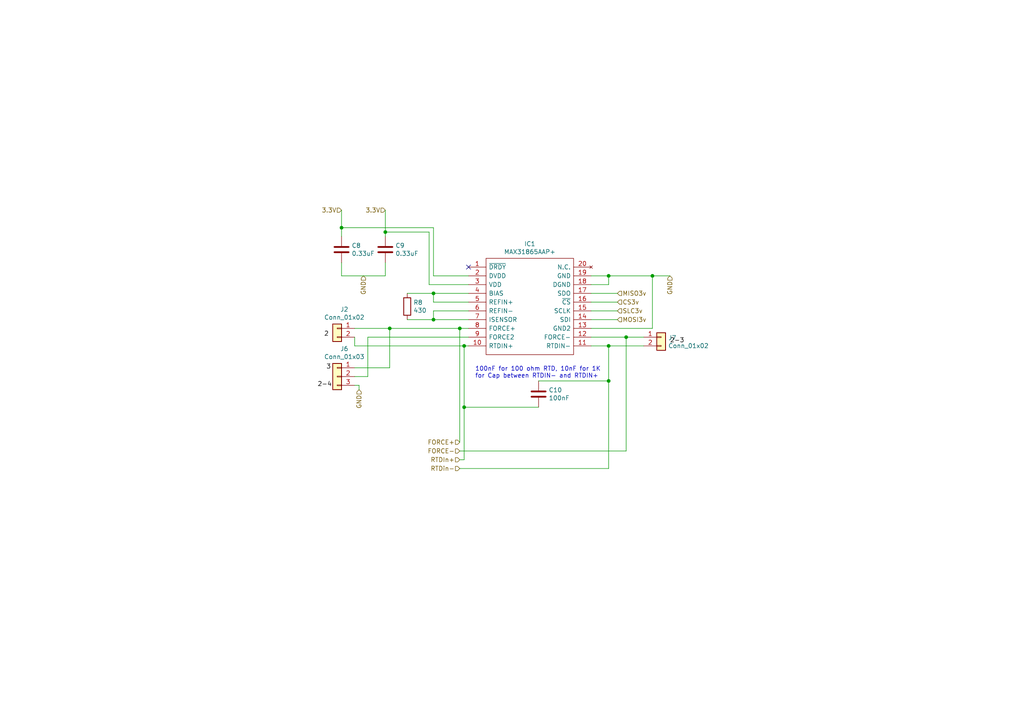
<source format=kicad_sch>
(kicad_sch (version 20231120) (generator "eeschema") (generator_version "8.0")
  (paper "A4")
  (lib_symbols
    (symbol "Connector_Generic:Conn_01x02" (pin_names (offset 1.016) hide)
      (property "Reference" "J" (at 0 2.54 0))
      (property "Value" "Conn_01x02" (at 0 -5.08 0))
      (symbol "Conn_01x02_1_1"
        (rectangle (start -1.27 -2.413) (end 0 -2.667) (stroke (width 0.1524)))
        (rectangle (start -1.27 0.127) (end 0 -0.127) (stroke (width 0.1524)))
        (rectangle (start -1.27 1.27) (end 1.27 -3.81) (stroke (width 0.254)) (fill (type background)))
        (pin passive line (at -5.08 0 0) (length 3.81) (name "Pin_1") (number "1"))
        (pin passive line (at -5.08 -2.54 0) (length 3.81) (name "Pin_2") (number "2"))
      )
    )
    (symbol "Connector_Generic:Conn_01x03" (pin_names (offset 1.016) hide)
      (property "Reference" "J" (at 0 5.08 0))
      (property "Value" "Conn_01x03" (at 0 -5.08 0))
      (symbol "Conn_01x03_1_1"
        (rectangle (start -1.27 -2.413) (end 0 -2.667) (stroke (width 0.1524)))
        (rectangle (start -1.27 0.127) (end 0 -0.127) (stroke (width 0.1524)))
        (rectangle (start -1.27 2.667) (end 0 2.413) (stroke (width 0.1524)))
        (rectangle (start -1.27 3.81) (end 1.27 -3.81) (stroke (width 0.254)) (fill (type background)))
        (pin passive line (at -5.08 2.54 0) (length 3.81) (name "Pin_1") (number "1"))
        (pin passive line (at -5.08 0 0) (length 3.81) (name "Pin_2") (number "2"))
        (pin passive line (at -5.08 -2.54 0) (length 3.81) (name "Pin_3") (number "3"))
      )
    )
    (symbol "Device:C" (pin_numbers hide) (pin_names (offset 0.254))
      (property "Reference" "C" (at 0.635 2.54 0))
      (property "Value" "C" (at 0.635 -2.54 0))
      (symbol "C_0_1"
        (polyline (pts (xy -2.032 -0.762) (xy 2.032 -0.762)) (stroke (width 0.508)))
        (polyline (pts (xy -2.032 0.762) (xy 2.032 0.762)) (stroke (width 0.508)))
      )
      (symbol "C_1_1"
        (pin passive line (at 0 3.81 270) (length 2.794) (name "~") (number "1"))
        (pin passive line (at 0 -3.81 90) (length 2.794) (name "~") (number "2"))
      )
    )
    (symbol "Device:R" (pin_numbers hide) (pin_names (offset 0))
      (property "Reference" "R" (at 2.032 0 90))
      (property "Value" "R" (at 0 0 90))
      (symbol "R_0_1"
        (rectangle (start -1.016 -2.54) (end 1.016 2.54) (stroke (width 0.254)))
      )
      (symbol "R_1_1"
        (pin passive line (at 0 3.81 270) (length 1.27) (name "~") (number "1"))
        (pin passive line (at 0 -3.81 90) (length 1.27) (name "~") (number "2"))
      )
    )
    (symbol "SamacSys_Parts:MAX31865AAP+" (pin_names (offset 0.762))
      (property "Reference" "IC" (at 31.75 7.62 0))
      (property "Value" "SamacSys_Parts_MAX31865AAP+" (at 31.75 5.08 0))
      (symbol "MAX31865AAP+_0_0"
        (pin output line (at 0 0 0) (length 5.08) (name "~{DRDY}") (number "1"))
        (pin input line (at 0 -22.86 0) (length 5.08) (name "RTDIN+") (number "10"))
        (pin input line (at 35.56 -22.86 180) (length 5.08) (name "RTDIN-") (number "11"))
        (pin bidirectional line (at 35.56 -20.32 180) (length 5.08) (name "FORCE-") (number "12"))
        (pin power_in line (at 35.56 -17.78 180) (length 5.08) (name "GND2") (number "13"))
        (pin input line (at 35.56 -15.24 180) (length 5.08) (name "SDI") (number "14"))
        (pin input line (at 35.56 -12.7 180) (length 5.08) (name "SCLK") (number "15"))
        (pin input line (at 35.56 -10.16 180) (length 5.08) (name "~{CS}") (number "16"))
        (pin output line (at 35.56 -7.62 180) (length 5.08) (name "SDO") (number "17"))
        (pin power_in line (at 35.56 -5.08 180) (length 5.08) (name "DGND") (number "18"))
        (pin power_in line (at 35.56 -2.54 180) (length 5.08) (name "GND") (number "19"))
        (pin power_in line (at 0 -2.54 0) (length 5.08) (name "DVDD") (number "2"))
        (pin no_connect line (at 35.56 0 180) (length 5.08) (name "N.C.") (number "20"))
        (pin power_in line (at 0 -5.08 0) (length 5.08) (name "VDD") (number "3"))
        (pin output line (at 0 -7.62 0) (length 5.08) (name "BIAS") (number "4"))
        (pin input line (at 0 -10.16 0) (length 5.08) (name "REFIN+") (number "5"))
        (pin input line (at 0 -12.7 0) (length 5.08) (name "REFIN-") (number "6"))
        (pin bidirectional line (at 0 -15.24 0) (length 5.08) (name "ISENSOR") (number "7"))
        (pin bidirectional line (at 0 -17.78 0) (length 5.08) (name "FORCE+") (number "8"))
        (pin bidirectional line (at 0 -20.32 0) (length 5.08) (name "FORCE2") (number "9"))
      )
      (symbol "MAX31865AAP+_0_1"
        (polyline (pts (xy 5.08 2.54) (xy 30.48 2.54) (xy 30.48 -25.4) (xy 5.08 -25.4) (xy 5.08 2.54)) (stroke (width 0.1524)))
      )
    )
  )
  (junction (at 181.61 97.79))
  (junction (at 125.73 85.09))
  (junction (at 189.23 80.01))
  (junction (at 176.53 100.33))
  (junction (at 176.53 110.49))
  (junction (at 125.73 92.71))
  (junction (at 134.62 118.11))
  (junction (at 113.03 95.25))
  (junction (at 176.53 80.01))
  (junction (at 133.35 95.25))
  (junction (at 99.06 66.04))
  (junction (at 111.76 67.31))
  (junction (at 134.62 100.33))
  (no_connect (at 135.89 77.47))
  (wire (pts (xy 171.45 90.17) (xy 179.07 90.17)))
  (wire (pts (xy 125.73 85.09) (xy 118.11 85.09)))
  (wire (pts (xy 104.14 111.76) (xy 104.14 113.03)))
  (wire (pts (xy 171.45 100.33) (xy 176.53 100.33)))
  (wire (pts (xy 176.53 80.01) (xy 189.23 80.01)))
  (wire (pts (xy 102.87 111.76) (xy 104.14 111.76)))
  (wire (pts (xy 171.45 97.79) (xy 181.61 97.79)))
  (wire (pts (xy 171.45 80.01) (xy 176.53 80.01)))
  (wire (pts (xy 111.76 76.2) (xy 111.76 80.01)))
  (wire (pts (xy 135.89 100.33) (xy 134.62 100.33)))
  (wire (pts (xy 111.76 68.58) (xy 111.76 67.31)))
  (wire (pts (xy 113.03 95.25) (xy 133.35 95.25)))
  (wire (pts (xy 176.53 100.33) (xy 186.69 100.33)))
  (wire (pts (xy 189.23 95.25) (xy 189.23 80.01)))
  (wire (pts (xy 113.03 106.68) (xy 102.87 106.68)))
  (wire (pts (xy 133.35 128.27) (xy 133.35 95.25)))
  (wire (pts (xy 125.73 80.01) (xy 125.73 66.04)))
  (wire (pts (xy 171.45 82.55) (xy 176.53 82.55)))
  (wire (pts (xy 111.76 67.31) (xy 124.46 67.31)))
  (wire (pts (xy 135.89 97.79) (xy 106.68 97.79)))
  (wire (pts (xy 106.68 97.79) (xy 106.68 109.22)))
  (wire (pts (xy 171.45 87.63) (xy 179.07 87.63)))
  (wire (pts (xy 189.23 80.01) (xy 194.31 80.01)))
  (wire (pts (xy 181.61 130.81) (xy 181.61 97.79)))
  (wire (pts (xy 125.73 90.17) (xy 135.89 90.17)))
  (wire (pts (xy 156.21 118.11) (xy 134.62 118.11)))
  (wire (pts (xy 135.89 80.01) (xy 125.73 80.01)))
  (wire (pts (xy 135.89 85.09) (xy 125.73 85.09)))
  (wire (pts (xy 125.73 87.63) (xy 125.73 85.09)))
  (wire (pts (xy 135.89 87.63) (xy 125.73 87.63)))
  (wire (pts (xy 99.06 76.2) (xy 99.06 80.01)))
  (wire (pts (xy 125.73 92.71) (xy 118.11 92.71)))
  (wire (pts (xy 133.35 133.35) (xy 134.62 133.35)))
  (wire (pts (xy 134.62 133.35) (xy 134.62 118.11)))
  (wire (pts (xy 176.53 100.33) (xy 176.53 110.49)))
  (wire (pts (xy 124.46 82.55) (xy 135.89 82.55)))
  (wire (pts (xy 99.06 60.96) (xy 99.06 66.04)))
  (wire (pts (xy 102.87 95.25) (xy 113.03 95.25)))
  (wire (pts (xy 171.45 85.09) (xy 179.07 85.09)))
  (wire (pts (xy 135.89 92.71) (xy 125.73 92.71)))
  (wire (pts (xy 181.61 97.79) (xy 186.69 97.79)))
  (wire (pts (xy 102.87 100.33) (xy 102.87 97.79)))
  (wire (pts (xy 124.46 67.31) (xy 124.46 82.55)))
  (wire (pts (xy 125.73 90.17) (xy 125.73 92.71)))
  (wire (pts (xy 176.53 110.49) (xy 176.53 135.89)))
  (wire (pts (xy 133.35 135.89) (xy 176.53 135.89)))
  (wire (pts (xy 134.62 118.11) (xy 134.62 100.33)))
  (wire (pts (xy 134.62 100.33) (xy 102.87 100.33)))
  (wire (pts (xy 125.73 66.04) (xy 99.06 66.04)))
  (wire (pts (xy 99.06 80.01) (xy 111.76 80.01)))
  (wire (pts (xy 171.45 95.25) (xy 189.23 95.25)))
  (wire (pts (xy 133.35 95.25) (xy 135.89 95.25)))
  (wire (pts (xy 99.06 66.04) (xy 99.06 68.58)))
  (wire (pts (xy 133.35 130.81) (xy 181.61 130.81)))
  (wire (pts (xy 111.76 67.31) (xy 111.76 60.96)))
  (wire (pts (xy 156.21 110.49) (xy 176.53 110.49)))
  (wire (pts (xy 176.53 82.55) (xy 176.53 80.01)))
  (wire (pts (xy 113.03 95.25) (xy 113.03 106.68)))
  (wire (pts (xy 106.68 109.22) (xy 102.87 109.22)))
  (wire (pts (xy 171.45 92.71) (xy 179.07 92.71)))
  (text "100nF for 100 ohm RTD, 10nF for 1K\nfor Cap between RTDIN- and RTDIN+" (at 137.795 109.855 0) (effects (font (size 1.25 1.25)) (justify left bottom)))
  (label "2-3" (at 194.31 99.695 0))
  (label "2" (at 93.98 97.79 0))
  (label "2-4" (at 92.075 112.395 0))
  (label "3" (at 94.615 107.315 0))
  (hierarchical_label "CS3v" (shape input) (at 179.07 87.63 0))
  (hierarchical_label "FORCE-" (shape input) (at 133.35 130.81 180))
  (hierarchical_label "3.3V" (shape input) (at 99.06 60.96 180))
  (hierarchical_label "GND" (shape input) (at 105.41 80.01 270))
  (hierarchical_label "RTDIn+" (shape input) (at 133.35 133.35 180))
  (hierarchical_label "MISO3v" (shape input) (at 179.07 85.09 0))
  (hierarchical_label "3.3V" (shape input) (at 111.76 60.96 180))
  (hierarchical_label "SLC3v" (shape input) (at 179.07 90.17 0))
  (hierarchical_label "FORCE+" (shape input) (at 133.35 128.27 180))
  (hierarchical_label "GND" (shape input) (at 104.14 113.03 270))
  (hierarchical_label "GND" (shape input) (at 194.31 80.01 270))
  (hierarchical_label "RTDin-" (shape input) (at 133.35 135.89 180))
  (hierarchical_label "MOSI3v" (shape input) (at 179.07 92.71 0))
  (symbol (lib_id "SamacSys_Parts:MAX31865AAP+") (at 135.89 77.47 0) (unit 1)
    (property "Reference" "IC1" (at 153.67 70.739 0))
    (property "Value" "MAX31865AAP+" (at 153.67 73.0504 0))
    (property "Footprint" "SamacSys_Parts:SOP65P778X199-20N" (effects (hide yes)))
    (property "Datasheet" "https://componentsearchengine.com/Datasheets/1/MAX31865AAP+.pdf" (effects (hide yes)))
    (property "Description" "Data Acquisition ADCs/DACs - Specialized RTD to Digital Converter in SSOP" (effects (hide yes)))
    (property "Height" "1.99" (effects (hide yes)))
    (property "Mouser Part Number" "700-MAX31865AAP+" (effects (hide yes)))
    (property "Mouser Price/Stock" "https://www.mouser.co.uk/ProductDetail/Maxim-Integrated/MAX31865AAP%2b?qs=PVVDbbWpW3IB0xqHe0DjLw%3D%3D" (effects (hide yes)))
    (property "Manufacturer_Name" "Maxim Integrated" (effects (hide yes)))
    (property "Manufacturer_Part_Number" "MAX31865AAP+" (effects (hide yes)))
    (instances (project "AMS - CANBus Sensor - Temperature" (path "" (reference "IC1") (unit 1)) (path "" (reference "IC2") (unit 1)) (path "" (reference "IC3") (unit 1))))
  )
  (symbol (lib_id "Device:C") (at 111.76 72.39 0) (unit 1)
    (property "Reference" "C9" (at 114.681 71.2216 0) (effects (justify left)))
    (property "Value" "0.33uF" (at 114.681 73.533 0) (effects (justify left)))
    (property "Footprint" "Capacitor_SMD:C_1206_3216Metric_Pad1.33x1.80mm_HandSolder" (effects (hide yes)))
    (instances (project "AMS - CANBus Sensor - Temperature" (path "" (reference "C9") (unit 1)) (path "" (reference "C12") (unit 1)) (path "" (reference "C15") (unit 1))))
  )
  (symbol (lib_id "Device:C") (at 99.06 72.39 0) (unit 1)
    (property "Reference" "C8" (at 101.981 71.2216 0) (effects (justify left)))
    (property "Value" "0.33uF" (at 101.981 73.533 0) (effects (justify left)))
    (property "Footprint" "Capacitor_SMD:C_1206_3216Metric_Pad1.33x1.80mm_HandSolder" (effects (hide yes)))
    (instances (project "AMS - CANBus Sensor - Temperature" (path "" (reference "C8") (unit 1)) (path "" (reference "C11") (unit 1)) (path "" (reference "C14") (unit 1))))
  )
  (symbol (lib_id "Device:R") (at 118.11 88.9 0) (unit 1)
    (property "Reference" "R8" (at 119.888 87.7316 0) (effects (justify left)))
    (property "Value" "430" (at 119.888 90.043 0) (effects (justify left)))
    (property "Footprint" "Resistor_SMD:R_1206_3216Metric_Pad1.30x1.75mm_HandSolder" (effects (hide yes)))
    (instances (project "AMS - CANBus Sensor - Temperature" (path "" (reference "R8") (unit 1)) (path "" (reference "R9") (unit 1)) (path "" (reference "R10") (unit 1))))
  )
  (symbol (lib_id "Connector_Generic:Conn_01x02") (at 97.79 95.25 0) (mirror y) (unit 1)
    (property "Reference" "J2" (at 99.8728 89.7382 0))
    (property "Value" "Conn_01x02" (at 99.8728 92.0496 0))
    (property "Footprint" "Connector_PinHeader_2.54mm:PinHeader_1x02_P2.54mm_Vertical" (effects (hide yes)))
    (instances (project "AMS - CANBus Sensor - Temperature" (path "" (reference "J2") (unit 1)) (path "" (reference "J8") (unit 1)) (path "" (reference "J11") (unit 1))))
  )
  (symbol (lib_id "Connector_Generic:Conn_01x03") (at 97.79 109.22 0) (mirror y) (unit 1)
    (property "Reference" "J6" (at 99.8728 101.1682 0))
    (property "Value" "Conn_01x03" (at 99.8728 103.4796 0))
    (property "Footprint" "Connector_PinHeader_2.54mm:PinHeader_1x03_P2.54mm_Vertical" (effects (hide yes)))
    (instances (project "AMS - CANBus Sensor - Temperature" (path "" (reference "J6") (unit 1)) (path "" (reference "J9") (unit 1)) (path "" (reference "J12") (unit 1))))
  )
  (symbol (lib_id "Connector_Generic:Conn_01x02") (at 191.77 97.79 0) (unit 1)
    (property "Reference" "J7" (at 193.802 97.9932 0) (effects (justify left)))
    (property "Value" "Conn_01x02" (at 193.802 100.3046 0) (effects (justify left)))
    (property "Footprint" "Connector_PinHeader_2.54mm:PinHeader_1x02_P2.54mm_Vertical" (effects (hide yes)))
    (instances (project "AMS - CANBus Sensor - Temperature" (path "" (reference "J7") (unit 1)) (path "" (reference "J10") (unit 1)) (path "" (reference "J13") (unit 1))))
  )
  (symbol (lib_id "Device:C") (at 156.21 114.3 0) (unit 1)
    (property "Reference" "C10" (at 159.131 113.1316 0) (effects (justify left)))
    (property "Value" "100nF" (at 159.131 115.443 0) (effects (justify left)))
    (property "Footprint" "Capacitor_SMD:C_1206_3216Metric_Pad1.33x1.80mm_HandSolder" (effects (hide yes)))
    (instances (project "AMS - CANBus Sensor - Temperature" (path "" (reference "C10") (unit 1)) (path "" (reference "C13") (unit 1)) (path "" (reference "C16") (unit 1))))
  )
)
</source>
